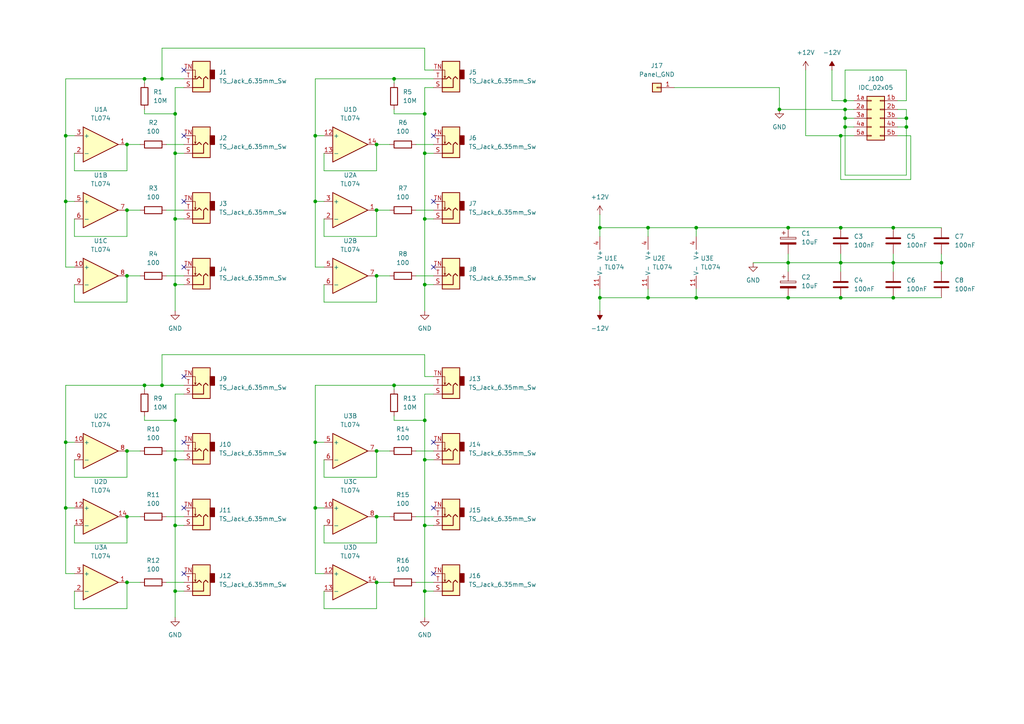
<source format=kicad_sch>
(kicad_sch (version 20231120) (generator "eeschema") (generator_version "8.0")
  (paper "A4")
  (title_block (title "Buffered Mult PCB") (date "2024-05-31") (rev "1") (company "DMH"))
  (lib_symbols
    (symbol "Amplifier_Operational:TL074" (pin_names (offset 0.127))
      (property "Reference" "U" (at 0 5.08 0))
      (property "Value" "TL074" (at 0 -5.08 0))
      (symbol "TL074_1_1"
        (polyline (pts (xy -5.08 5.08) (xy 5.08 0) (xy -5.08 -5.08) (xy -5.08 5.08)) (stroke (width 0.254)) (fill (type background)))
        (pin output line (at 7.62 0 180) (length 2.54) (name "~") (number "1"))
        (pin input line (at -7.62 -2.54 0) (length 2.54) (name "-") (number "2"))
        (pin input line (at -7.62 2.54 0) (length 2.54) (name "+") (number "3"))
      )
      (symbol "TL074_2_1"
        (polyline (pts (xy -5.08 5.08) (xy 5.08 0) (xy -5.08 -5.08) (xy -5.08 5.08)) (stroke (width 0.254)) (fill (type background)))
        (pin input line (at -7.62 2.54 0) (length 2.54) (name "+") (number "5"))
        (pin input line (at -7.62 -2.54 0) (length 2.54) (name "-") (number "6"))
        (pin output line (at 7.62 0 180) (length 2.54) (name "~") (number "7"))
      )
      (symbol "TL074_3_1"
        (polyline (pts (xy -5.08 5.08) (xy 5.08 0) (xy -5.08 -5.08) (xy -5.08 5.08)) (stroke (width 0.254)) (fill (type background)))
        (pin input line (at -7.62 2.54 0) (length 2.54) (name "+") (number "10"))
        (pin output line (at 7.62 0 180) (length 2.54) (name "~") (number "8"))
        (pin input line (at -7.62 -2.54 0) (length 2.54) (name "-") (number "9"))
      )
      (symbol "TL074_4_1"
        (polyline (pts (xy -5.08 5.08) (xy 5.08 0) (xy -5.08 -5.08) (xy -5.08 5.08)) (stroke (width 0.254)) (fill (type background)))
        (pin input line (at -7.62 2.54 0) (length 2.54) (name "+") (number "12"))
        (pin input line (at -7.62 -2.54 0) (length 2.54) (name "-") (number "13"))
        (pin output line (at 7.62 0 180) (length 2.54) (name "~") (number "14"))
      )
      (symbol "TL074_5_1"
        (pin power_in line (at -2.54 -7.62 90) (length 3.81) (name "V-") (number "11"))
        (pin power_in line (at -2.54 7.62 270) (length 3.81) (name "V+") (number "4"))
      )
    )
    (symbol "Connector_Generic:Conn_01x01" (pin_names (offset 1.016) hide)
      (property "Reference" "J" (at 0 2.54 0))
      (property "Value" "Conn_01x01" (at 0 -2.54 0))
      (symbol "Conn_01x01_1_1"
        (rectangle (start -1.27 0.127) (end 0 -0.127) (stroke (width 0.1524)))
        (rectangle (start -1.27 1.27) (end 1.27 -1.27) (stroke (width 0.254)) (fill (type background)))
        (pin passive line (at -5.08 0 0) (length 3.81) (name "Pin_1") (number "1"))
      )
    )
    (symbol "Device:C" (pin_numbers hide) (pin_names (offset 0.254))
      (property "Reference" "C" (at 0.635 2.54 0))
      (property "Value" "C" (at 0.635 -2.54 0))
      (symbol "C_0_1"
        (polyline (pts (xy -2.032 -0.762) (xy 2.032 -0.762)) (stroke (width 0.508)))
        (polyline (pts (xy -2.032 0.762) (xy 2.032 0.762)) (stroke (width 0.508)))
      )
      (symbol "C_1_1"
        (pin passive line (at 0 3.81 270) (length 2.794) (name "~") (number "1"))
        (pin passive line (at 0 -3.81 90) (length 2.794) (name "~") (number "2"))
      )
    )
    (symbol "Device:C_Polarized" (pin_numbers hide) (pin_names (offset 0.254))
      (property "Reference" "C" (at 0.635 2.54 0))
      (property "Value" "C_Polarized" (at 0.635 -2.54 0))
      (symbol "C_Polarized_0_1"
        (rectangle (start -2.286 0.508) (end 2.286 1.016))
        (polyline (pts (xy -1.778 2.286) (xy -0.762 2.286)))
        (polyline (pts (xy -1.27 2.794) (xy -1.27 1.778)))
        (rectangle (start 2.286 -0.508) (end -2.286 -1.016) (fill (type outline)))
      )
      (symbol "C_Polarized_1_1"
        (pin passive line (at 0 3.81 270) (length 2.794) (name "~") (number "1"))
        (pin passive line (at 0 -3.81 90) (length 2.794) (name "~") (number "2"))
      )
    )
    (symbol "Device:R" (pin_numbers hide) (pin_names (offset 0))
      (property "Reference" "R" (at 2.032 0 90))
      (property "Value" "R" (at 0 0 90))
      (symbol "R_0_1"
        (rectangle (start -1.016 -2.54) (end 1.016 2.54) (stroke (width 0.254)))
      )
      (symbol "R_1_1"
        (pin passive line (at 0 3.81 270) (length 1.27) (name "~") (number "1"))
        (pin passive line (at 0 -3.81 90) (length 1.27) (name "~") (number "2"))
      )
    )
    (symbol "SynthStuff:Eurorack_Power_Connector_10Pin" (pin_names (offset 1.016) hide)
      (property "Reference" "J" (at 0 -10.922 0))
      (property "Value" "IDC_02x05" (at 0 -8.382 0))
      (symbol "Eurorack_Power_Connector_10Pin_1_1"
        (rectangle (start -2.54 -4.953) (end -1.27 -5.207) (stroke (width 0.1524)))
        (rectangle (start -2.54 -2.413) (end -1.27 -2.667) (stroke (width 0.1524)))
        (rectangle (start -2.54 0.127) (end -1.27 -0.127) (stroke (width 0.1524)))
        (rectangle (start -2.54 2.667) (end -1.27 2.413) (stroke (width 0.1524)))
        (rectangle (start -2.54 5.207) (end -1.27 4.953) (stroke (width 0.1524)))
        (rectangle (start -2.54 6.35) (end 2.54 -6.35) (stroke (width 0.254)) (fill (type background)))
        (rectangle (start 2.54 -4.953) (end 1.27 -5.207) (stroke (width 0.1524)))
        (rectangle (start 2.54 -2.413) (end 1.27 -2.667) (stroke (width 0.1524)))
        (rectangle (start 2.54 0.127) (end 1.27 -0.127) (stroke (width 0.1524)))
        (rectangle (start 2.54 2.667) (end 1.27 2.413) (stroke (width 0.1524)))
        (rectangle (start 2.54 5.207) (end 1.27 4.953) (stroke (width 0.1524)))
        (pin power_out line (at -6.35 5.08 0) (length 3.81) (name "Pin_1a") (number "1a"))
        (pin passive line (at 6.35 5.08 180) (length 3.81) (name "Pin_1b") (number "1b"))
        (pin power_out line (at -6.35 2.54 0) (length 3.81) (name "Pin_2a") (number "2a"))
        (pin passive line (at 6.35 2.54 180) (length 3.81) (name "Pin_2b") (number "2b"))
        (pin passive line (at -6.35 0 0) (length 3.81) (name "Pin_3a") (number "3a"))
        (pin passive line (at 6.35 0 180) (length 3.81) (name "Pin_3b") (number "3b"))
        (pin passive line (at -6.35 -2.54 0) (length 3.81) (name "Pin_4a") (number "4a"))
        (pin passive line (at 6.35 -2.54 180) (length 3.81) (name "Pin_4b") (number "4b"))
        (pin power_out line (at -6.35 -5.08 0) (length 3.81) (name "Pin_5a") (number "5a"))
        (pin passive line (at 6.35 -5.08 180) (length 3.81) (name "Pin_5b") (number "5b"))
      )
    )
    (symbol "SynthStuff:TS_Jack_6.35mm_Sw"
      (property "Reference" "J" (at -0.635 8.89 0))
      (property "Value" "TS_Jack_6.35mm_Sw" (at -0.635 6.35 0))
      (symbol "TS_Jack_6.35mm_Sw_0_1"
        (rectangle (start -2.54 0) (end -3.81 -2.54) (stroke (width 0.254)) (fill (type outline)))
        (polyline (pts (xy 1.778 -0.254) (xy 2.032 -0.762)))
        (polyline (pts (xy 0 0) (xy 0.635 -0.635) (xy 1.27 0) (xy 2.54 0)) (stroke (width 0.254)))
        (polyline (pts (xy 2.54 -2.54) (xy 1.778 -2.54) (xy 1.778 -0.254) (xy 1.524 -0.762)))
        (polyline (pts (xy 2.54 2.54) (xy -0.635 2.54) (xy -0.635 0) (xy -1.27 -0.635) (xy -1.905 0)) (stroke (width 0.254)))
        (rectangle (start 2.54 3.81) (end -2.54 -5.08) (stroke (width 0.254)) (fill (type background)))
      )
      (symbol "TS_Jack_6.35mm_Sw_1_1"
        (pin passive line (at 5.08 2.54 180) (length 2.54) (name "~") (number "S"))
        (pin passive line (at 5.08 0 180) (length 2.54) (name "~") (number "T"))
        (pin passive line (at 5.08 -2.54 180) (length 2.54) (name "~") (number "TN"))
      )
    )
    (symbol "power:+12V" (power) (pin_numbers hide) (pin_names (offset 0) hide)
      (property "Value" "+12V" (at 0 3.556 0))
      (symbol "+12V_0_1"
        (polyline (pts (xy -0.762 1.27) (xy 0 2.54)))
        (polyline (pts (xy 0 0) (xy 0 2.54)))
        (polyline (pts (xy 0 2.54) (xy 0.762 1.27)))
      )
      (symbol "+12V_1_1"
        (pin power_in line (at 0 0 90) (length 0) (name "~") (number "1"))
      )
    )
    (symbol "power:-12V" (power) (pin_numbers hide) (pin_names (offset 0) hide)
      (property "Value" "-12V" (at 0 3.556 0))
      (symbol "-12V_0_0"
        (pin power_in line (at 0 0 90) (length 0) (name "~") (number "1"))
      )
      (symbol "-12V_0_1"
        (polyline (pts (xy 0 0) (xy 0 1.27) (xy 0.762 1.27) (xy 0 2.54) (xy -0.762 1.27) (xy 0 1.27)) (fill (type outline)))
      )
    )
    (symbol "power:GND" (power) (pin_numbers hide) (pin_names (offset 0) hide)
      (property "Value" "GND" (at 0 -3.81 0))
      (symbol "GND_0_1"
        (polyline (pts (xy 0 0) (xy 0 -1.27) (xy 1.27 -1.27) (xy 0 -2.54) (xy -1.27 -1.27) (xy 0 -1.27)))
      )
      (symbol "GND_1_1"
        (pin power_in line (at 0 0 270) (length 0) (name "~") (number "1"))
      )
    )
  )
  (junction (at 243.84 39.37))
  (junction (at 50.8 171.45))
  (junction (at 91.44 39.37))
  (junction (at 41.91 111.76))
  (junction (at 228.6 76.2))
  (junction (at 228.6 66.04))
  (junction (at 50.8 44.45))
  (junction (at 50.8 133.35))
  (junction (at 36.83 149.86))
  (junction (at 109.22 149.86))
  (junction (at 36.83 60.96))
  (junction (at 91.44 58.42))
  (junction (at 123.19 171.45))
  (junction (at 19.05 147.32))
  (junction (at 228.6 86.36))
  (junction (at 114.3 111.76))
  (junction (at 123.19 44.45))
  (junction (at 91.44 147.32))
  (junction (at 50.8 121.92))
  (junction (at 41.91 22.86))
  (junction (at 123.19 152.4))
  (junction (at 243.84 76.2))
  (junction (at 273.05 76.2))
  (junction (at 187.96 86.36))
  (junction (at 91.44 128.27))
  (junction (at 245.11 31.75))
  (junction (at 201.93 86.36))
  (junction (at 262.89 34.29))
  (junction (at 50.8 63.5))
  (junction (at 109.22 168.91))
  (junction (at 259.08 66.04))
  (junction (at 19.05 39.37))
  (junction (at 50.8 82.55))
  (junction (at 109.22 41.91))
  (junction (at 245.11 36.83))
  (junction (at 109.22 60.96))
  (junction (at 245.11 29.21))
  (junction (at 36.83 130.81))
  (junction (at 50.8 152.4))
  (junction (at 109.22 130.81))
  (junction (at 50.8 33.02))
  (junction (at 46.99 22.86))
  (junction (at 262.89 36.83))
  (junction (at 123.19 82.55))
  (junction (at 243.84 86.36))
  (junction (at 36.83 80.01))
  (junction (at 123.19 63.5))
  (junction (at 36.83 168.91))
  (junction (at 46.99 111.76))
  (junction (at 243.84 66.04))
  (junction (at 173.99 86.36))
  (junction (at 19.05 58.42))
  (junction (at 245.11 34.29))
  (junction (at 114.3 22.86))
  (junction (at 123.19 133.35))
  (junction (at 123.19 121.92))
  (junction (at 173.99 66.04))
  (junction (at 123.19 33.02))
  (junction (at 259.08 86.36))
  (junction (at 226.06 31.75))
  (junction (at 109.22 80.01))
  (junction (at 187.96 66.04))
  (junction (at 19.05 128.27))
  (junction (at 259.08 76.2))
  (junction (at 36.83 41.91))
  (junction (at 201.93 66.04))
  (no_connect (at 53.34 20.32))
  (no_connect (at 53.34 128.27))
  (no_connect (at 125.73 77.47))
  (no_connect (at 53.34 109.22))
  (no_connect (at 125.73 147.32))
  (no_connect (at 53.34 77.47))
  (no_connect (at 53.34 39.37))
  (no_connect (at 125.73 166.37))
  (no_connect (at 125.73 128.27))
  (no_connect (at 125.73 58.42))
  (no_connect (at 53.34 166.37))
  (no_connect (at 53.34 147.32))
  (no_connect (at 53.34 58.42))
  (no_connect (at 125.73 39.37))
  (wire (pts (xy 243.84 39.37) (xy 247.65 39.37)))
  (wire (pts (xy 21.59 58.42) (xy 19.05 58.42)))
  (wire (pts (xy 120.65 168.91) (xy 125.73 168.91)))
  (wire (pts (xy 91.44 39.37) (xy 93.98 39.37)))
  (wire (pts (xy 50.8 82.55) (xy 50.8 90.17)))
  (wire (pts (xy 41.91 22.86) (xy 41.91 24.13)))
  (wire (pts (xy 93.98 58.42) (xy 91.44 58.42)))
  (wire (pts (xy 93.98 166.37) (xy 91.44 166.37)))
  (wire (pts (xy 109.22 149.86) (xy 113.03 149.86)))
  (wire (pts (xy 93.98 133.35) (xy 93.98 138.43)))
  (wire (pts (xy 201.93 66.04) (xy 187.96 66.04)))
  (wire (pts (xy 21.59 44.45) (xy 21.59 49.53)))
  (wire (pts (xy 243.84 76.2) (xy 259.08 76.2)))
  (wire (pts (xy 36.83 68.58) (xy 36.83 60.96)))
  (wire (pts (xy 21.59 171.45) (xy 21.59 176.53)))
  (wire (pts (xy 123.19 121.92) (xy 123.19 133.35)))
  (wire (pts (xy 91.44 166.37) (xy 91.44 147.32)))
  (wire (pts (xy 109.22 80.01) (xy 113.03 80.01)))
  (wire (pts (xy 109.22 87.63) (xy 109.22 80.01)))
  (wire (pts (xy 125.73 25.4) (xy 123.19 25.4)))
  (wire (pts (xy 226.06 31.75) (xy 245.11 31.75)))
  (wire (pts (xy 19.05 111.76) (xy 19.05 128.27)))
  (wire (pts (xy 243.84 73.66) (xy 243.84 76.2)))
  (wire (pts (xy 259.08 76.2) (xy 259.08 78.74)))
  (wire (pts (xy 21.59 77.47) (xy 19.05 77.47)))
  (wire (pts (xy 48.26 149.86) (xy 53.34 149.86)))
  (wire (pts (xy 262.89 34.29) (xy 262.89 36.83)))
  (wire (pts (xy 91.44 111.76) (xy 91.44 128.27)))
  (wire (pts (xy 245.11 50.8) (xy 262.89 50.8)))
  (wire (pts (xy 21.59 63.5) (xy 21.59 68.58)))
  (wire (pts (xy 19.05 166.37) (xy 19.05 147.32)))
  (wire (pts (xy 114.3 120.65) (xy 114.3 121.92)))
  (wire (pts (xy 109.22 49.53) (xy 109.22 41.91)))
  (wire (pts (xy 195.58 25.4) (xy 226.06 25.4)))
  (wire (pts (xy 50.8 33.02) (xy 50.8 44.45)))
  (wire (pts (xy 120.65 130.81) (xy 125.73 130.81)))
  (wire (pts (xy 260.35 29.21) (xy 262.89 29.21)))
  (wire (pts (xy 187.96 86.36) (xy 173.99 86.36)))
  (wire (pts (xy 50.8 171.45) (xy 53.34 171.45)))
  (wire (pts (xy 21.59 87.63) (xy 36.83 87.63)))
  (wire (pts (xy 46.99 111.76) (xy 46.99 102.87)))
  (wire (pts (xy 46.99 13.97) (xy 123.19 13.97)))
  (wire (pts (xy 260.35 36.83) (xy 262.89 36.83)))
  (wire (pts (xy 93.98 176.53) (xy 109.22 176.53)))
  (wire (pts (xy 233.68 39.37) (xy 243.84 39.37)))
  (wire (pts (xy 187.96 83.82) (xy 187.96 86.36)))
  (wire (pts (xy 41.91 33.02) (xy 41.91 31.75)))
  (wire (pts (xy 264.16 52.07) (xy 264.16 39.37)))
  (wire (pts (xy 123.19 114.3) (xy 123.19 121.92)))
  (wire (pts (xy 243.84 76.2) (xy 243.84 78.74)))
  (wire (pts (xy 48.26 60.96) (xy 53.34 60.96)))
  (wire (pts (xy 201.93 68.58) (xy 201.93 66.04)))
  (wire (pts (xy 36.83 87.63) (xy 36.83 80.01)))
  (wire (pts (xy 50.8 25.4) (xy 50.8 33.02)))
  (wire (pts (xy 125.73 114.3) (xy 123.19 114.3)))
  (wire (pts (xy 46.99 102.87) (xy 123.19 102.87)))
  (wire (pts (xy 123.19 44.45) (xy 123.19 63.5)))
  (wire (pts (xy 123.19 133.35) (xy 123.19 152.4)))
  (wire (pts (xy 91.44 128.27) (xy 93.98 128.27)))
  (wire (pts (xy 36.83 157.48) (xy 36.83 149.86)))
  (wire (pts (xy 50.8 133.35) (xy 53.34 133.35)))
  (wire (pts (xy 201.93 66.04) (xy 228.6 66.04)))
  (wire (pts (xy 262.89 31.75) (xy 262.89 34.29)))
  (wire (pts (xy 245.11 36.83) (xy 247.65 36.83)))
  (wire (pts (xy 50.8 82.55) (xy 53.34 82.55)))
  (wire (pts (xy 114.3 22.86) (xy 114.3 24.13)))
  (wire (pts (xy 36.83 176.53) (xy 36.83 168.91)))
  (wire (pts (xy 245.11 36.83) (xy 245.11 50.8)))
  (wire (pts (xy 93.98 49.53) (xy 109.22 49.53)))
  (wire (pts (xy 228.6 66.04) (xy 243.84 66.04)))
  (wire (pts (xy 123.19 25.4) (xy 123.19 33.02)))
  (wire (pts (xy 114.3 111.76) (xy 114.3 113.03)))
  (wire (pts (xy 36.83 130.81) (xy 40.64 130.81)))
  (wire (pts (xy 46.99 22.86) (xy 46.99 13.97)))
  (wire (pts (xy 109.22 60.96) (xy 113.03 60.96)))
  (wire (pts (xy 50.8 63.5) (xy 50.8 82.55)))
  (wire (pts (xy 201.93 83.82) (xy 201.93 86.36)))
  (wire (pts (xy 260.35 31.75) (xy 262.89 31.75)))
  (wire (pts (xy 123.19 152.4) (xy 125.73 152.4)))
  (wire (pts (xy 123.19 20.32) (xy 125.73 20.32)))
  (wire (pts (xy 201.93 86.36) (xy 228.6 86.36)))
  (wire (pts (xy 41.91 22.86) (xy 46.99 22.86)))
  (wire (pts (xy 243.84 66.04) (xy 259.08 66.04)))
  (wire (pts (xy 46.99 111.76) (xy 53.34 111.76)))
  (wire (pts (xy 228.6 76.2) (xy 228.6 78.74)))
  (wire (pts (xy 262.89 20.32) (xy 262.89 29.21)))
  (wire (pts (xy 262.89 36.83) (xy 262.89 50.8)))
  (wire (pts (xy 187.96 68.58) (xy 187.96 66.04)))
  (wire (pts (xy 21.59 166.37) (xy 19.05 166.37)))
  (wire (pts (xy 21.59 68.58) (xy 36.83 68.58)))
  (wire (pts (xy 243.84 86.36) (xy 259.08 86.36)))
  (wire (pts (xy 93.98 147.32) (xy 91.44 147.32)))
  (wire (pts (xy 123.19 90.17) (xy 123.19 82.55)))
  (wire (pts (xy 21.59 82.55) (xy 21.59 87.63)))
  (wire (pts (xy 48.26 130.81) (xy 53.34 130.81)))
  (wire (pts (xy 19.05 22.86) (xy 19.05 39.37)))
  (wire (pts (xy 93.98 44.45) (xy 93.98 49.53)))
  (wire (pts (xy 36.83 80.01) (xy 40.64 80.01)))
  (wire (pts (xy 245.11 29.21) (xy 245.11 20.32)))
  (wire (pts (xy 245.11 31.75) (xy 247.65 31.75)))
  (wire (pts (xy 123.19 102.87) (xy 123.19 109.22)))
  (wire (pts (xy 109.22 157.48) (xy 109.22 149.86)))
  (wire (pts (xy 91.44 111.76) (xy 114.3 111.76)))
  (wire (pts (xy 245.11 31.75) (xy 245.11 34.29)))
  (wire (pts (xy 233.68 20.32) (xy 233.68 39.37)))
  (wire (pts (xy 36.83 149.86) (xy 40.64 149.86)))
  (wire (pts (xy 93.98 77.47) (xy 91.44 77.47)))
  (wire (pts (xy 243.84 52.07) (xy 264.16 52.07)))
  (wire (pts (xy 50.8 152.4) (xy 53.34 152.4)))
  (wire (pts (xy 53.34 25.4) (xy 50.8 25.4)))
  (wire (pts (xy 46.99 22.86) (xy 53.34 22.86)))
  (wire (pts (xy 91.44 22.86) (xy 114.3 22.86)))
  (wire (pts (xy 245.11 34.29) (xy 247.65 34.29)))
  (wire (pts (xy 173.99 62.23) (xy 173.99 66.04)))
  (wire (pts (xy 187.96 66.04) (xy 173.99 66.04)))
  (wire (pts (xy 259.08 76.2) (xy 273.05 76.2)))
  (wire (pts (xy 41.91 120.65) (xy 41.91 121.92)))
  (wire (pts (xy 50.8 44.45) (xy 50.8 63.5)))
  (wire (pts (xy 259.08 73.66) (xy 259.08 76.2)))
  (wire (pts (xy 218.44 76.2) (xy 228.6 76.2)))
  (wire (pts (xy 120.65 41.91) (xy 125.73 41.91)))
  (wire (pts (xy 109.22 41.91) (xy 113.03 41.91)))
  (wire (pts (xy 91.44 58.42) (xy 91.44 39.37)))
  (wire (pts (xy 19.05 128.27) (xy 21.59 128.27)))
  (wire (pts (xy 93.98 157.48) (xy 109.22 157.48)))
  (wire (pts (xy 120.65 149.86) (xy 125.73 149.86)))
  (wire (pts (xy 36.83 41.91) (xy 40.64 41.91)))
  (wire (pts (xy 36.83 168.91) (xy 40.64 168.91)))
  (wire (pts (xy 48.26 80.01) (xy 53.34 80.01)))
  (wire (pts (xy 120.65 60.96) (xy 125.73 60.96)))
  (wire (pts (xy 114.3 33.02) (xy 123.19 33.02)))
  (wire (pts (xy 273.05 73.66) (xy 273.05 76.2)))
  (wire (pts (xy 21.59 157.48) (xy 36.83 157.48)))
  (wire (pts (xy 19.05 147.32) (xy 19.05 128.27)))
  (wire (pts (xy 50.8 121.92) (xy 50.8 133.35)))
  (wire (pts (xy 93.98 138.43) (xy 109.22 138.43)))
  (wire (pts (xy 123.19 152.4) (xy 123.19 171.45)))
  (wire (pts (xy 260.35 39.37) (xy 264.16 39.37)))
  (wire (pts (xy 50.8 133.35) (xy 50.8 152.4)))
  (wire (pts (xy 41.91 121.92) (xy 50.8 121.92)))
  (wire (pts (xy 36.83 138.43) (xy 36.83 130.81)))
  (wire (pts (xy 109.22 176.53) (xy 109.22 168.91)))
  (wire (pts (xy 123.19 171.45) (xy 125.73 171.45)))
  (wire (pts (xy 173.99 83.82) (xy 173.99 86.36)))
  (wire (pts (xy 114.3 121.92) (xy 123.19 121.92)))
  (wire (pts (xy 41.91 33.02) (xy 50.8 33.02)))
  (wire (pts (xy 93.98 152.4) (xy 93.98 157.48)))
  (wire (pts (xy 123.19 13.97) (xy 123.19 20.32)))
  (wire (pts (xy 228.6 86.36) (xy 243.84 86.36)))
  (wire (pts (xy 259.08 66.04) (xy 273.05 66.04)))
  (wire (pts (xy 123.19 109.22) (xy 125.73 109.22)))
  (wire (pts (xy 109.22 138.43) (xy 109.22 130.81)))
  (wire (pts (xy 123.19 33.02) (xy 123.19 44.45)))
  (wire (pts (xy 173.99 66.04) (xy 173.99 68.58)))
  (wire (pts (xy 109.22 68.58) (xy 109.22 60.96)))
  (wire (pts (xy 93.98 87.63) (xy 109.22 87.63)))
  (wire (pts (xy 245.11 34.29) (xy 245.11 36.83)))
  (wire (pts (xy 19.05 22.86) (xy 41.91 22.86)))
  (wire (pts (xy 120.65 80.01) (xy 125.73 80.01)))
  (wire (pts (xy 241.3 29.21) (xy 245.11 29.21)))
  (wire (pts (xy 114.3 31.75) (xy 114.3 33.02)))
  (wire (pts (xy 48.26 168.91) (xy 53.34 168.91)))
  (wire (pts (xy 125.73 44.45) (xy 123.19 44.45)))
  (wire (pts (xy 36.83 60.96) (xy 40.64 60.96)))
  (wire (pts (xy 260.35 34.29) (xy 262.89 34.29)))
  (wire (pts (xy 228.6 76.2) (xy 243.84 76.2)))
  (wire (pts (xy 91.44 77.47) (xy 91.44 58.42)))
  (wire (pts (xy 41.91 111.76) (xy 46.99 111.76)))
  (wire (pts (xy 125.73 63.5) (xy 123.19 63.5)))
  (wire (pts (xy 123.19 63.5) (xy 123.19 82.55)))
  (wire (pts (xy 93.98 171.45) (xy 93.98 176.53)))
  (wire (pts (xy 19.05 111.76) (xy 41.91 111.76)))
  (wire (pts (xy 109.22 130.81) (xy 113.03 130.81)))
  (wire (pts (xy 228.6 73.66) (xy 228.6 76.2)))
  (wire (pts (xy 50.8 63.5) (xy 53.34 63.5)))
  (wire (pts (xy 21.59 133.35) (xy 21.59 138.43)))
  (wire (pts (xy 123.19 82.55) (xy 125.73 82.55)))
  (wire (pts (xy 273.05 76.2) (xy 273.05 78.74)))
  (wire (pts (xy 243.84 39.37) (xy 243.84 52.07)))
  (wire (pts (xy 245.11 20.32) (xy 262.89 20.32)))
  (wire (pts (xy 91.44 22.86) (xy 91.44 39.37)))
  (wire (pts (xy 19.05 58.42) (xy 19.05 39.37)))
  (wire (pts (xy 114.3 22.86) (xy 125.73 22.86)))
  (wire (pts (xy 123.19 171.45) (xy 123.19 179.07)))
  (wire (pts (xy 21.59 49.53) (xy 36.83 49.53)))
  (wire (pts (xy 259.08 86.36) (xy 273.05 86.36)))
  (wire (pts (xy 173.99 86.36) (xy 173.99 90.17)))
  (wire (pts (xy 93.98 63.5) (xy 93.98 68.58)))
  (wire (pts (xy 50.8 171.45) (xy 50.8 179.07)))
  (wire (pts (xy 50.8 114.3) (xy 50.8 121.92)))
  (wire (pts (xy 123.19 133.35) (xy 125.73 133.35)))
  (wire (pts (xy 114.3 111.76) (xy 125.73 111.76)))
  (wire (pts (xy 21.59 138.43) (xy 36.83 138.43)))
  (wire (pts (xy 21.59 152.4) (xy 21.59 157.48)))
  (wire (pts (xy 201.93 86.36) (xy 187.96 86.36)))
  (wire (pts (xy 50.8 152.4) (xy 50.8 171.45)))
  (wire (pts (xy 241.3 20.32) (xy 241.3 29.21)))
  (wire (pts (xy 53.34 114.3) (xy 50.8 114.3)))
  (wire (pts (xy 19.05 77.47) (xy 19.05 58.42)))
  (wire (pts (xy 91.44 147.32) (xy 91.44 128.27)))
  (wire (pts (xy 109.22 168.91) (xy 113.03 168.91)))
  (wire (pts (xy 41.91 111.76) (xy 41.91 113.03)))
  (wire (pts (xy 21.59 147.32) (xy 19.05 147.32)))
  (wire (pts (xy 226.06 25.4) (xy 226.06 31.75)))
  (wire (pts (xy 50.8 44.45) (xy 53.34 44.45)))
  (wire (pts (xy 36.83 49.53) (xy 36.83 41.91)))
  (wire (pts (xy 93.98 68.58) (xy 109.22 68.58)))
  (wire (pts (xy 19.05 39.37) (xy 21.59 39.37)))
  (wire (pts (xy 48.26 41.91) (xy 53.34 41.91)))
  (wire (pts (xy 93.98 82.55) (xy 93.98 87.63)))
  (wire (pts (xy 245.11 29.21) (xy 247.65 29.21)))
  (wire (pts (xy 21.59 176.53) (xy 36.83 176.53)))
  (symbol (lib_id "power:-12V") (at 241.3 20.32 0) (unit 1)
    (property "Reference" "#PWR07" (effects (hide yes)))
    (property "Value" "-12V" (at 241.3 15.24 0))
    (property "Description" "Power symbol creates a global label with name \"-12V\"" (effects (hide yes)))
  )
  (symbol (lib_id "Amplifier_Operational:TL074") (at 101.6 60.96 0) (unit 1)
    (property "Reference" "U2" (at 101.6 50.8 0))
    (property "Value" "TL074" (at 101.6 53.34 0))
    (property "Footprint" "Package_DIP:DIP-14_W7.62mm_Socket" (effects (hide yes)))
    (property "Datasheet" "http://www.ti.com/lit/ds/symlink/tl071.pdf" (effects (hide yes)))
    (property "Description" "Quad Low-Noise JFET-Input Operational Amplifiers, DIP-14/SOIC-14" (effects (hide yes)))
  )
  (symbol (lib_id "SynthStuff:TS_Jack_6.35mm_Sw") (at 58.42 60.96 180) (unit 1)
    (property "Reference" "J3" (at 63.5 59.0549 0) (effects (justify right)))
    (property "Value" "TS_Jack_6.35mm_Sw" (at 63.5 61.5949 0) (effects (justify right)))
    (property "Footprint" "SynthStuff:CUI_MJ-63052A" (effects (hide yes)))
    (property "Description" "Audio Jack, 2 Poles (Mono / TS), Switched T Pole (Normalling), 6.35mm, 1/4inch" (effects (hide yes)))
  )
  (symbol (lib_id "Device:R") (at 44.45 149.86 90) (unit 1)
    (property "Reference" "R11" (at 44.45 143.51 90))
    (property "Value" "100" (at 44.45 146.05 90))
    (property "Footprint" "Resistor_THT:R_Axial_DIN0207_L6.3mm_D2.5mm_P7.62mm_Horizontal" (effects (hide yes)))
    (property "Description" "Resistor" (effects (hide yes)))
  )
  (symbol (lib_id "Device:C") (at 243.84 69.85 0) (unit 1)
    (property "Reference" "C3" (at 247.65 68.5799 0) (effects (justify left)))
    (property "Value" "100nF" (at 247.65 71.1199 0) (effects (justify left)))
    (property "Footprint" "Capacitor_THT:C_Disc_D4.3mm_W1.9mm_P5.00mm" (effects (hide yes)))
    (property "Description" "Unpolarized capacitor" (effects (hide yes)))
  )
  (symbol (lib_id "Device:R") (at 41.91 27.94 180) (unit 1)
    (property "Reference" "R1" (at 44.45 26.6699 0) (effects (justify right)))
    (property "Value" "10M" (at 44.45 29.2099 0) (effects (justify right)))
    (property "Footprint" "Resistor_THT:R_Axial_DIN0207_L6.3mm_D2.5mm_P7.62mm_Horizontal" (effects (hide yes)))
    (property "Description" "Resistor" (effects (hide yes)))
  )
  (symbol (lib_id "Amplifier_Operational:TL074") (at 190.5 76.2 0) (unit 5)
    (property "Reference" "U2" (at 189.23 74.9299 0) (effects (justify left)))
    (property "Value" "TL074" (at 189.23 77.4699 0) (effects (justify left)))
    (property "Footprint" "Package_DIP:DIP-14_W7.62mm_Socket" (effects (hide yes)))
    (property "Datasheet" "http://www.ti.com/lit/ds/symlink/tl071.pdf" (effects (hide yes)))
    (property "Description" "Quad Low-Noise JFET-Input Operational Amplifiers, DIP-14/SOIC-14" (effects (hide yes)))
  )
  (symbol (lib_id "Amplifier_Operational:TL074") (at 101.6 168.91 0) (unit 4)
    (property "Reference" "U3" (at 101.6 158.75 0))
    (property "Value" "TL074" (at 101.6 161.29 0))
    (property "Footprint" "Package_DIP:DIP-14_W7.62mm_Socket" (effects (hide yes)))
    (property "Datasheet" "http://www.ti.com/lit/ds/symlink/tl071.pdf" (effects (hide yes)))
    (property "Description" "Quad Low-Noise JFET-Input Operational Amplifiers, DIP-14/SOIC-14" (effects (hide yes)))
  )
  (symbol (lib_id "SynthStuff:Eurorack_Power_Connector_10Pin") (at 254 34.29 0) (unit 1)
    (property "Reference" "J100" (at 254 22.86 0))
    (property "Value" "IDC_02x05" (at 254 25.4 0))
    (property "Footprint" "SynthStuff:IDC-Header_2x05_P2.54mm_Vertical_Eurorack" (effects (hide yes)))
    (property "Description" "IDC jack, 2x5 pins, row a carries same signals as row b." (effects (hide yes)))
  )
  (symbol (lib_id "Device:R") (at 116.84 168.91 90) (unit 1)
    (property "Reference" "R16" (at 116.84 162.56 90))
    (property "Value" "100" (at 116.84 165.1 90))
    (property "Footprint" "Resistor_THT:R_Axial_DIN0207_L6.3mm_D2.5mm_P7.62mm_Horizontal" (effects (hide yes)))
    (property "Description" "Resistor" (effects (hide yes)))
  )
  (symbol (lib_id "Device:C") (at 273.05 82.55 0) (unit 1)
    (property "Reference" "C8" (at 276.86 81.2799 0) (effects (justify left)))
    (property "Value" "100nF" (at 276.86 83.8199 0) (effects (justify left)))
    (property "Footprint" "Capacitor_THT:C_Disc_D4.3mm_W1.9mm_P5.00mm" (effects (hide yes)))
    (property "Description" "Unpolarized capacitor" (effects (hide yes)))
  )
  (symbol (lib_id "Device:R") (at 44.45 60.96 90) (unit 1)
    (property "Reference" "R3" (at 44.45 54.61 90))
    (property "Value" "100" (at 44.45 57.15 90))
    (property "Footprint" "Resistor_THT:R_Axial_DIN0207_L6.3mm_D2.5mm_P7.62mm_Horizontal" (effects (hide yes)))
    (property "Description" "Resistor" (effects (hide yes)))
  )
  (symbol (lib_id "Device:R") (at 116.84 149.86 90) (unit 1)
    (property "Reference" "R15" (at 116.84 143.51 90))
    (property "Value" "100" (at 116.84 146.05 90))
    (property "Footprint" "Resistor_THT:R_Axial_DIN0207_L6.3mm_D2.5mm_P7.62mm_Horizontal" (effects (hide yes)))
    (property "Description" "Resistor" (effects (hide yes)))
  )
  (symbol (lib_id "Amplifier_Operational:TL074") (at 29.21 80.01 0) (unit 3)
    (property "Reference" "U1" (at 29.21 69.85 0))
    (property "Value" "TL074" (at 29.21 72.39 0))
    (property "Footprint" "Package_DIP:DIP-14_W7.62mm_Socket" (effects (hide yes)))
    (property "Datasheet" "http://www.ti.com/lit/ds/symlink/tl071.pdf" (effects (hide yes)))
    (property "Description" "Quad Low-Noise JFET-Input Operational Amplifiers, DIP-14/SOIC-14" (effects (hide yes)))
  )
  (symbol (lib_id "Device:R") (at 44.45 130.81 90) (unit 1)
    (property "Reference" "R10" (at 44.45 124.46 90))
    (property "Value" "100" (at 44.45 127 90))
    (property "Footprint" "Resistor_THT:R_Axial_DIN0207_L6.3mm_D2.5mm_P7.62mm_Horizontal" (effects (hide yes)))
    (property "Description" "Resistor" (effects (hide yes)))
  )
  (symbol (lib_id "Device:R") (at 114.3 27.94 180) (unit 1)
    (property "Reference" "R5" (at 116.84 26.6699 0) (effects (justify right)))
    (property "Value" "10M" (at 116.84 29.2099 0) (effects (justify right)))
    (property "Footprint" "Resistor_THT:R_Axial_DIN0207_L6.3mm_D2.5mm_P7.62mm_Horizontal" (effects (hide yes)))
    (property "Description" "Resistor" (effects (hide yes)))
  )
  (symbol (lib_id "Device:R") (at 116.84 41.91 90) (unit 1)
    (property "Reference" "R6" (at 116.84 35.56 90))
    (property "Value" "100" (at 116.84 38.1 90))
    (property "Footprint" "Resistor_THT:R_Axial_DIN0207_L6.3mm_D2.5mm_P7.62mm_Horizontal" (effects (hide yes)))
    (property "Description" "Resistor" (effects (hide yes)))
  )
  (symbol (lib_id "Device:R") (at 44.45 168.91 90) (unit 1)
    (property "Reference" "R12" (at 44.45 162.56 90))
    (property "Value" "100" (at 44.45 165.1 90))
    (property "Footprint" "Resistor_THT:R_Axial_DIN0207_L6.3mm_D2.5mm_P7.62mm_Horizontal" (effects (hide yes)))
    (property "Description" "Resistor" (effects (hide yes)))
  )
  (symbol (lib_id "power:GND") (at 123.19 179.07 0) (unit 1)
    (property "Reference" "#PWR06" (effects (hide yes)))
    (property "Value" "GND" (at 123.19 184.15 0))
    (property "Description" "Power symbol creates a global label with name \"GND\" , ground" (effects (hide yes)))
  )
  (symbol (lib_id "Amplifier_Operational:TL074") (at 29.21 41.91 0) (unit 1)
    (property "Reference" "U1" (at 29.21 31.75 0))
    (property "Value" "TL074" (at 29.21 34.29 0))
    (property "Footprint" "Package_DIP:DIP-14_W7.62mm_Socket" (effects (hide yes)))
    (property "Datasheet" "http://www.ti.com/lit/ds/symlink/tl071.pdf" (effects (hide yes)))
    (property "Description" "Quad Low-Noise JFET-Input Operational Amplifiers, DIP-14/SOIC-14" (effects (hide yes)))
  )
  (symbol (lib_id "power:GND") (at 218.44 76.2 0) (unit 1)
    (property "Reference" "#PWR010" (effects (hide yes)))
    (property "Value" "GND" (at 218.44 81.28 0))
    (property "Description" "Power symbol creates a global label with name \"GND\" , ground" (effects (hide yes)))
  )
  (symbol (lib_id "Device:C_Polarized") (at 228.6 82.55 0) (unit 1)
    (property "Reference" "C2" (at 232.41 80.3909 0) (effects (justify left)))
    (property "Value" "10uF" (at 232.41 82.9309 0) (effects (justify left)))
    (property "Footprint" "Capacitor_THT:CP_Radial_D4.0mm_P2.00mm" (effects (hide yes)))
    (property "Description" "Polarized capacitor" (effects (hide yes)))
  )
  (symbol (lib_id "Device:C") (at 259.08 69.85 0) (unit 1)
    (property "Reference" "C5" (at 262.89 68.5799 0) (effects (justify left)))
    (property "Value" "100nF" (at 262.89 71.1199 0) (effects (justify left)))
    (property "Footprint" "Capacitor_THT:C_Disc_D4.3mm_W1.9mm_P5.00mm" (effects (hide yes)))
    (property "Description" "Unpolarized capacitor" (effects (hide yes)))
  )
  (symbol (lib_id "Device:C") (at 243.84 82.55 0) (unit 1)
    (property "Reference" "C4" (at 247.65 81.2799 0) (effects (justify left)))
    (property "Value" "100nF" (at 247.65 83.8199 0) (effects (justify left)))
    (property "Footprint" "Capacitor_THT:C_Disc_D4.3mm_W1.9mm_P5.00mm" (effects (hide yes)))
    (property "Description" "Unpolarized capacitor" (effects (hide yes)))
  )
  (symbol (lib_id "SynthStuff:TS_Jack_6.35mm_Sw") (at 130.81 80.01 180) (unit 1)
    (property "Reference" "J8" (at 135.89 78.1049 0) (effects (justify right)))
    (property "Value" "TS_Jack_6.35mm_Sw" (at 135.89 80.6449 0) (effects (justify right)))
    (property "Footprint" "SynthStuff:CUI_MJ-63052A" (effects (hide yes)))
    (property "Description" "Audio Jack, 2 Poles (Mono / TS), Switched T Pole (Normalling), 6.35mm, 1/4inch" (effects (hide yes)))
  )
  (symbol (lib_id "Device:R") (at 44.45 80.01 90) (unit 1)
    (property "Reference" "R4" (at 44.45 73.66 90))
    (property "Value" "100" (at 44.45 76.2 90))
    (property "Footprint" "Resistor_THT:R_Axial_DIN0207_L6.3mm_D2.5mm_P7.62mm_Horizontal" (effects (hide yes)))
    (property "Description" "Resistor" (effects (hide yes)))
  )
  (symbol (lib_id "SynthStuff:TS_Jack_6.35mm_Sw") (at 130.81 22.86 180) (unit 1)
    (property "Reference" "J5" (at 135.89 20.9549 0) (effects (justify right)))
    (property "Value" "TS_Jack_6.35mm_Sw" (at 135.89 23.4949 0) (effects (justify right)))
    (property "Footprint" "SynthStuff:CUI_MJ-63052A" (effects (hide yes)))
    (property "Description" "Audio Jack, 2 Poles (Mono / TS), Switched T Pole (Normalling), 6.35mm, 1/4inch" (effects (hide yes)))
  )
  (symbol (lib_id "Amplifier_Operational:TL074") (at 101.6 149.86 0) (unit 3)
    (property "Reference" "U3" (at 101.6 139.7 0))
    (property "Value" "TL074" (at 101.6 142.24 0))
    (property "Footprint" "Package_DIP:DIP-14_W7.62mm_Socket" (effects (hide yes)))
    (property "Datasheet" "http://www.ti.com/lit/ds/symlink/tl071.pdf" (effects (hide yes)))
    (property "Description" "Quad Low-Noise JFET-Input Operational Amplifiers, DIP-14/SOIC-14" (effects (hide yes)))
  )
  (symbol (lib_id "power:GND") (at 123.19 90.17 0) (unit 1)
    (property "Reference" "#PWR04" (effects (hide yes)))
    (property "Value" "GND" (at 123.19 95.25 0))
    (property "Description" "Power symbol creates a global label with name \"GND\" , ground" (effects (hide yes)))
  )
  (symbol (lib_id "power:GND") (at 50.8 179.07 0) (unit 1)
    (property "Reference" "#PWR05" (effects (hide yes)))
    (property "Value" "GND" (at 50.8 184.15 0))
    (property "Description" "Power symbol creates a global label with name \"GND\" , ground" (effects (hide yes)))
  )
  (symbol (lib_id "Amplifier_Operational:TL074") (at 29.21 149.86 0) (unit 4)
    (property "Reference" "U2" (at 29.21 139.7 0))
    (property "Value" "TL074" (at 29.21 142.24 0))
    (property "Footprint" "Package_DIP:DIP-14_W7.62mm_Socket" (effects (hide yes)))
    (property "Datasheet" "http://www.ti.com/lit/ds/symlink/tl071.pdf" (effects (hide yes)))
    (property "Description" "Quad Low-Noise JFET-Input Operational Amplifiers, DIP-14/SOIC-14" (effects (hide yes)))
  )
  (symbol (lib_id "Amplifier_Operational:TL074") (at 29.21 130.81 0) (unit 3)
    (property "Reference" "U2" (at 29.21 120.65 0))
    (property "Value" "TL074" (at 29.21 123.19 0))
    (property "Footprint" "Package_DIP:DIP-14_W7.62mm_Socket" (effects (hide yes)))
    (property "Datasheet" "http://www.ti.com/lit/ds/symlink/tl071.pdf" (effects (hide yes)))
    (property "Description" "Quad Low-Noise JFET-Input Operational Amplifiers, DIP-14/SOIC-14" (effects (hide yes)))
  )
  (symbol (lib_id "Connector_Generic:Conn_01x01") (at 190.5 25.4 180) (unit 1)
    (property "Reference" "J17" (at 190.5 19.05 0))
    (property "Value" "Panel_GND" (at 190.5 21.59 0))
    (property "Footprint" "Connector_PinHeader_2.54mm:PinHeader_1x01_P2.54mm_Vertical" (effects (hide yes)))
    (property "Description" "Generic connector, single row, 01x01, script generated (kicad-library-utils/schlib/autogen/connector/)" (effects (hide yes)))
  )
  (symbol (lib_id "Device:C") (at 273.05 69.85 0) (unit 1)
    (property "Reference" "C7" (at 276.86 68.5799 0) (effects (justify left)))
    (property "Value" "100nF" (at 276.86 71.1199 0) (effects (justify left)))
    (property "Footprint" "Capacitor_THT:C_Disc_D4.3mm_W1.9mm_P5.00mm" (effects (hide yes)))
    (property "Description" "Unpolarized capacitor" (effects (hide yes)))
  )
  (symbol (lib_id "Amplifier_Operational:TL074") (at 101.6 41.91 0) (unit 4)
    (property "Reference" "U1" (at 101.6 31.75 0))
    (property "Value" "TL074" (at 101.6 34.29 0))
    (property "Footprint" "Package_DIP:DIP-14_W7.62mm_Socket" (effects (hide yes)))
    (property "Datasheet" "http://www.ti.com/lit/ds/symlink/tl071.pdf" (effects (hide yes)))
    (property "Description" "Quad Low-Noise JFET-Input Operational Amplifiers, DIP-14/SOIC-14" (effects (hide yes)))
  )
  (symbol (lib_id "SynthStuff:TS_Jack_6.35mm_Sw") (at 58.42 130.81 180) (unit 1)
    (property "Reference" "J10" (at 63.5 128.9049 0) (effects (justify right)))
    (property "Value" "TS_Jack_6.35mm_Sw" (at 63.5 131.4449 0) (effects (justify right)))
    (property "Footprint" "SynthStuff:CUI_MJ-63052A" (effects (hide yes)))
    (property "Description" "Audio Jack, 2 Poles (Mono / TS), Switched T Pole (Normalling), 6.35mm, 1/4inch" (effects (hide yes)))
  )
  (symbol (lib_id "SynthStuff:TS_Jack_6.35mm_Sw") (at 58.42 149.86 180) (unit 1)
    (property "Reference" "J11" (at 63.5 147.9549 0) (effects (justify right)))
    (property "Value" "TS_Jack_6.35mm_Sw" (at 63.5 150.4949 0) (effects (justify right)))
    (property "Footprint" "SynthStuff:CUI_MJ-63052A" (effects (hide yes)))
    (property "Description" "Audio Jack, 2 Poles (Mono / TS), Switched T Pole (Normalling), 6.35mm, 1/4inch" (effects (hide yes)))
  )
  (symbol (lib_id "Device:C_Polarized") (at 228.6 69.85 0) (unit 1)
    (property "Reference" "C1" (at 232.41 67.6909 0) (effects (justify left)))
    (property "Value" "10uF" (at 232.41 70.2309 0) (effects (justify left)))
    (property "Footprint" "Capacitor_THT:CP_Radial_D4.0mm_P2.00mm" (effects (hide yes)))
    (property "Description" "Polarized capacitor" (effects (hide yes)))
  )
  (symbol (lib_id "SynthStuff:TS_Jack_6.35mm_Sw") (at 58.42 168.91 180) (unit 1)
    (property "Reference" "J12" (at 63.5 167.0049 0) (effects (justify right)))
    (property "Value" "TS_Jack_6.35mm_Sw" (at 63.5 169.5449 0) (effects (justify right)))
    (property "Footprint" "SynthStuff:CUI_MJ-63052A" (effects (hide yes)))
    (property "Description" "Audio Jack, 2 Poles (Mono / TS), Switched T Pole (Normalling), 6.35mm, 1/4inch" (effects (hide yes)))
  )
  (symbol (lib_id "SynthStuff:TS_Jack_6.35mm_Sw") (at 130.81 111.76 180) (unit 1)
    (property "Reference" "J13" (at 135.89 109.8549 0) (effects (justify right)))
    (property "Value" "TS_Jack_6.35mm_Sw" (at 135.89 112.3949 0) (effects (justify right)))
    (property "Footprint" "SynthStuff:CUI_MJ-63052A" (effects (hide yes)))
    (property "Description" "Audio Jack, 2 Poles (Mono / TS), Switched T Pole (Normalling), 6.35mm, 1/4inch" (effects (hide yes)))
  )
  (symbol (lib_id "SynthStuff:TS_Jack_6.35mm_Sw") (at 130.81 41.91 180) (unit 1)
    (property "Reference" "J6" (at 135.89 40.0049 0) (effects (justify right)))
    (property "Value" "TS_Jack_6.35mm_Sw" (at 135.89 42.5449 0) (effects (justify right)))
    (property "Footprint" "SynthStuff:CUI_MJ-63052A" (effects (hide yes)))
    (property "Description" "Audio Jack, 2 Poles (Mono / TS), Switched T Pole (Normalling), 6.35mm, 1/4inch" (effects (hide yes)))
  )
  (symbol (lib_id "Amplifier_Operational:TL074") (at 204.47 76.2 0) (unit 5)
    (property "Reference" "U3" (at 203.2 74.9299 0) (effects (justify left)))
    (property "Value" "TL074" (at 203.2 77.4699 0) (effects (justify left)))
    (property "Footprint" "Package_DIP:DIP-14_W7.62mm_Socket" (effects (hide yes)))
    (property "Datasheet" "http://www.ti.com/lit/ds/symlink/tl071.pdf" (effects (hide yes)))
    (property "Description" "Quad Low-Noise JFET-Input Operational Amplifiers, DIP-14/SOIC-14" (effects (hide yes)))
  )
  (symbol (lib_id "power:+12V") (at 173.99 62.23 0) (unit 1)
    (property "Reference" "#PWR01" (effects (hide yes)))
    (property "Value" "+12V" (at 173.99 57.15 0))
    (property "Description" "Power symbol creates a global label with name \"+12V\"" (effects (hide yes)))
  )
  (symbol (lib_id "SynthStuff:TS_Jack_6.35mm_Sw") (at 58.42 22.86 180) (unit 1)
    (property "Reference" "J1" (at 63.5 20.9549 0) (effects (justify right)))
    (property "Value" "TS_Jack_6.35mm_Sw" (at 63.5 23.4949 0) (effects (justify right)))
    (property "Footprint" "SynthStuff:CUI_MJ-63052A" (effects (hide yes)))
    (property "Description" "Audio Jack, 2 Poles (Mono / TS), Switched T Pole (Normalling), 6.35mm, 1/4inch" (effects (hide yes)))
  )
  (symbol (lib_id "Device:R") (at 116.84 60.96 90) (unit 1)
    (property "Reference" "R7" (at 116.84 54.61 90))
    (property "Value" "100" (at 116.84 57.15 90))
    (property "Footprint" "Resistor_THT:R_Axial_DIN0207_L6.3mm_D2.5mm_P7.62mm_Horizontal" (effects (hide yes)))
    (property "Description" "Resistor" (effects (hide yes)))
  )
  (symbol (lib_id "SynthStuff:TS_Jack_6.35mm_Sw") (at 130.81 130.81 180) (unit 1)
    (property "Reference" "J14" (at 135.89 128.9049 0) (effects (justify right)))
    (property "Value" "TS_Jack_6.35mm_Sw" (at 135.89 131.4449 0) (effects (justify right)))
    (property "Footprint" "SynthStuff:CUI_MJ-63052A" (effects (hide yes)))
    (property "Description" "Audio Jack, 2 Poles (Mono / TS), Switched T Pole (Normalling), 6.35mm, 1/4inch" (effects (hide yes)))
  )
  (symbol (lib_id "SynthStuff:TS_Jack_6.35mm_Sw") (at 130.81 60.96 180) (unit 1)
    (property "Reference" "J7" (at 135.89 59.0549 0) (effects (justify right)))
    (property "Value" "TS_Jack_6.35mm_Sw" (at 135.89 61.5949 0) (effects (justify right)))
    (property "Footprint" "SynthStuff:CUI_MJ-63052A" (effects (hide yes)))
    (property "Description" "Audio Jack, 2 Poles (Mono / TS), Switched T Pole (Normalling), 6.35mm, 1/4inch" (effects (hide yes)))
  )
  (symbol (lib_id "Amplifier_Operational:TL074") (at 29.21 168.91 0) (unit 1)
    (property "Reference" "U3" (at 29.21 158.75 0))
    (property "Value" "TL074" (at 29.21 161.29 0))
    (property "Footprint" "Package_DIP:DIP-14_W7.62mm_Socket" (effects (hide yes)))
    (property "Datasheet" "http://www.ti.com/lit/ds/symlink/tl071.pdf" (effects (hide yes)))
    (property "Description" "Quad Low-Noise JFET-Input Operational Amplifiers, DIP-14/SOIC-14" (effects (hide yes)))
  )
  (symbol (lib_id "Device:R") (at 114.3 116.84 180) (unit 1)
    (property "Reference" "R13" (at 116.84 115.5699 0) (effects (justify right)))
    (property "Value" "10M" (at 116.84 118.1099 0) (effects (justify right)))
    (property "Footprint" "Resistor_THT:R_Axial_DIN0207_L6.3mm_D2.5mm_P7.62mm_Horizontal" (effects (hide yes)))
    (property "Description" "Resistor" (effects (hide yes)))
  )
  (symbol (lib_id "Device:R") (at 44.45 41.91 90) (unit 1)
    (property "Reference" "R2" (at 44.45 35.56 90))
    (property "Value" "100" (at 44.45 38.1 90))
    (property "Footprint" "Resistor_THT:R_Axial_DIN0207_L6.3mm_D2.5mm_P7.62mm_Horizontal" (effects (hide yes)))
    (property "Description" "Resistor" (effects (hide yes)))
  )
  (symbol (lib_id "Amplifier_Operational:TL074") (at 29.21 60.96 0) (unit 2)
    (property "Reference" "U1" (at 29.21 50.8 0))
    (property "Value" "TL074" (at 29.21 53.34 0))
    (property "Footprint" "Package_DIP:DIP-14_W7.62mm_Socket" (effects (hide yes)))
    (property "Datasheet" "http://www.ti.com/lit/ds/symlink/tl071.pdf" (effects (hide yes)))
    (property "Description" "Quad Low-Noise JFET-Input Operational Amplifiers, DIP-14/SOIC-14" (effects (hide yes)))
  )
  (symbol (lib_id "power:GND") (at 50.8 90.17 0) (unit 1)
    (property "Reference" "#PWR03" (effects (hide yes)))
    (property "Value" "GND" (at 50.8 95.25 0))
    (property "Description" "Power symbol creates a global label with name \"GND\" , ground" (effects (hide yes)))
  )
  (symbol (lib_id "SynthStuff:TS_Jack_6.35mm_Sw") (at 130.81 168.91 180) (unit 1)
    (property "Reference" "J16" (at 135.89 167.0049 0) (effects (justify right)))
    (property "Value" "TS_Jack_6.35mm_Sw" (at 135.89 169.5449 0) (effects (justify right)))
    (property "Footprint" "SynthStuff:CUI_MJ-63052A" (effects (hide yes)))
    (property "Description" "Audio Jack, 2 Poles (Mono / TS), Switched T Pole (Normalling), 6.35mm, 1/4inch" (effects (hide yes)))
  )
  (symbol (lib_id "Amplifier_Operational:TL074") (at 176.53 76.2 0) (unit 5)
    (property "Reference" "U1" (at 175.26 74.9299 0) (effects (justify left)))
    (property "Value" "TL074" (at 175.26 77.4699 0) (effects (justify left)))
    (property "Footprint" "Package_DIP:DIP-14_W7.62mm_Socket" (effects (hide yes)))
    (property "Datasheet" "http://www.ti.com/lit/ds/symlink/tl071.pdf" (effects (hide yes)))
    (property "Description" "Quad Low-Noise JFET-Input Operational Amplifiers, DIP-14/SOIC-14" (effects (hide yes)))
  )
  (symbol (lib_id "SynthStuff:TS_Jack_6.35mm_Sw") (at 58.42 80.01 180) (unit 1)
    (property "Reference" "J4" (at 63.5 78.1049 0) (effects (justify right)))
    (property "Value" "TS_Jack_6.35mm_Sw" (at 63.5 80.6449 0) (effects (justify right)))
    (property "Footprint" "SynthStuff:CUI_MJ-63052A" (effects (hide yes)))
    (property "Description" "Audio Jack, 2 Poles (Mono / TS), Switched T Pole (Normalling), 6.35mm, 1/4inch" (effects (hide yes)))
  )
  (symbol (lib_id "power:GND") (at 226.06 31.75 0) (unit 1)
    (property "Reference" "#PWR09" (effects (hide yes)))
    (property "Value" "GND" (at 226.06 36.83 0))
    (property "Description" "Power symbol creates a global label with name \"GND\" , ground" (effects (hide yes)))
  )
  (symbol (lib_id "SynthStuff:TS_Jack_6.35mm_Sw") (at 130.81 149.86 180) (unit 1)
    (property "Reference" "J15" (at 135.89 147.9549 0) (effects (justify right)))
    (property "Value" "TS_Jack_6.35mm_Sw" (at 135.89 150.4949 0) (effects (justify right)))
    (property "Footprint" "SynthStuff:CUI_MJ-63052A" (effects (hide yes)))
    (property "Description" "Audio Jack, 2 Poles (Mono / TS), Switched T Pole (Normalling), 6.35mm, 1/4inch" (effects (hide yes)))
  )
  (symbol (lib_id "SynthStuff:TS_Jack_6.35mm_Sw") (at 58.42 111.76 180) (unit 1)
    (property "Reference" "J9" (at 63.5 109.8549 0) (effects (justify right)))
    (property "Value" "TS_Jack_6.35mm_Sw" (at 63.5 112.3949 0) (effects (justify right)))
    (property "Footprint" "SynthStuff:CUI_MJ-63052A" (effects (hide yes)))
    (property "Description" "Audio Jack, 2 Poles (Mono / TS), Switched T Pole (Normalling), 6.35mm, 1/4inch" (effects (hide yes)))
  )
  (symbol (lib_id "Amplifier_Operational:TL074") (at 101.6 80.01 0) (unit 2)
    (property "Reference" "U2" (at 101.6 69.85 0))
    (property "Value" "TL074" (at 101.6 72.39 0))
    (property "Footprint" "Package_DIP:DIP-14_W7.62mm_Socket" (effects (hide yes)))
    (property "Datasheet" "http://www.ti.com/lit/ds/symlink/tl071.pdf" (effects (hide yes)))
    (property "Description" "Quad Low-Noise JFET-Input Operational Amplifiers, DIP-14/SOIC-14" (effects (hide yes)))
  )
  (symbol (lib_id "Amplifier_Operational:TL074") (at 101.6 130.81 0) (unit 2)
    (property "Reference" "U3" (at 101.6 120.65 0))
    (property "Value" "TL074" (at 101.6 123.19 0))
    (property "Footprint" "Package_DIP:DIP-14_W7.62mm_Socket" (effects (hide yes)))
    (property "Datasheet" "http://www.ti.com/lit/ds/symlink/tl071.pdf" (effects (hide yes)))
    (property "Description" "Quad Low-Noise JFET-Input Operational Amplifiers, DIP-14/SOIC-14" (effects (hide yes)))
  )
  (symbol (lib_id "SynthStuff:TS_Jack_6.35mm_Sw") (at 58.42 41.91 180) (unit 1)
    (property "Reference" "J2" (at 63.5 40.0049 0) (effects (justify right)))
    (property "Value" "TS_Jack_6.35mm_Sw" (at 63.5 42.5449 0) (effects (justify right)))
    (property "Footprint" "SynthStuff:CUI_MJ-63052A" (effects (hide yes)))
    (property "Description" "Audio Jack, 2 Poles (Mono / TS), Switched T Pole (Normalling), 6.35mm, 1/4inch" (effects (hide yes)))
  )
  (symbol (lib_id "power:+12V") (at 233.68 20.32 0) (unit 1)
    (property "Reference" "#PWR08" (effects (hide yes)))
    (property "Value" "+12V" (at 233.68 15.24 0))
    (property "Description" "Power symbol creates a global label with name \"+12V\"" (effects (hide yes)))
  )
  (symbol (lib_id "Device:C") (at 259.08 82.55 0) (unit 1)
    (property "Reference" "C6" (at 262.89 81.2799 0) (effects (justify left)))
    (property "Value" "100nF" (at 262.89 83.8199 0) (effects (justify left)))
    (property "Footprint" "Capacitor_THT:C_Disc_D4.3mm_W1.9mm_P5.00mm" (effects (hide yes)))
    (property "Description" "Unpolarized capacitor" (effects (hide yes)))
  )
  (symbol (lib_id "Device:R") (at 116.84 80.01 90) (unit 1)
    (property "Reference" "R8" (at 116.84 73.66 90))
    (property "Value" "100" (at 116.84 76.2 90))
    (property "Footprint" "Resistor_THT:R_Axial_DIN0207_L6.3mm_D2.5mm_P7.62mm_Horizontal" (effects (hide yes)))
    (property "Description" "Resistor" (effects (hide yes)))
  )
  (symbol (lib_id "Device:R") (at 41.91 116.84 180) (unit 1)
    (property "Reference" "R9" (at 44.45 115.5699 0) (effects (justify right)))
    (property "Value" "10M" (at 44.45 118.1099 0) (effects (justify right)))
    (property "Footprint" "Resistor_THT:R_Axial_DIN0207_L6.3mm_D2.5mm_P7.62mm_Horizontal" (effects (hide yes)))
    (property "Description" "Resistor" (effects (hide yes)))
  )
  (symbol (lib_id "Device:R") (at 116.84 130.81 90) (unit 1)
    (property "Reference" "R14" (at 116.84 124.46 90))
    (property "Value" "100" (at 116.84 127 90))
    (property "Footprint" "Resistor_THT:R_Axial_DIN0207_L6.3mm_D2.5mm_P7.62mm_Horizontal" (effects (hide yes)))
    (property "Description" "Resistor" (effects (hide yes)))
  )
  (symbol (lib_id "power:-12V") (at 173.99 90.17 180) (unit 1)
    (property "Reference" "#PWR02" (effects (hide yes)))
    (property "Value" "-12V" (at 173.99 95.25 0))
    (property "Description" "Power symbol creates a global label with name \"-12V\"" (effects (hide yes)))
  )
)
</source>
